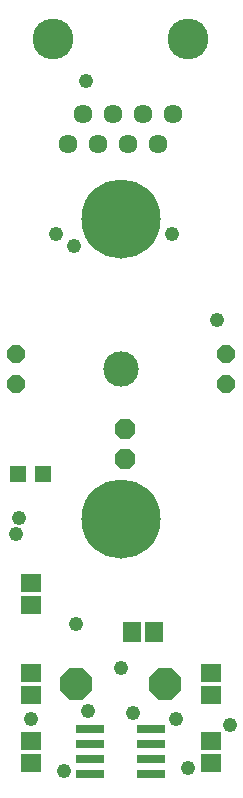
<source format=gbs>
G75*
%MOIN*%
%OFA0B0*%
%FSLAX24Y24*%
%IPPOS*%
%LPD*%
%AMOC8*
5,1,8,0,0,1.08239X$1,22.5*
%
%ADD10C,0.1182*%
%ADD11R,0.0552X0.0552*%
%ADD12C,0.0634*%
%ADD13C,0.1360*%
%ADD14OC8,0.0600*%
%ADD15R,0.0946X0.0316*%
%ADD16R,0.0671X0.0592*%
%ADD17R,0.0592X0.0710*%
%ADD18R,0.0710X0.0592*%
%ADD19OC8,0.0674*%
%ADD20OC8,0.1080*%
%ADD21C,0.0480*%
%ADD22C,0.2639*%
D10*
X004200Y014300D03*
D11*
X001613Y010800D03*
X000787Y010800D03*
D12*
X002450Y021800D03*
X002950Y022800D03*
X003450Y021800D03*
X003950Y022800D03*
X004450Y021800D03*
X004950Y022800D03*
X005450Y021800D03*
X005950Y022800D03*
D13*
X006450Y025300D03*
X001950Y025300D03*
D14*
X000700Y014800D03*
X000700Y013800D03*
X007700Y013800D03*
X007700Y014800D03*
D15*
X005224Y002300D03*
X005224Y001800D03*
X005224Y001300D03*
X005224Y000800D03*
X003176Y000800D03*
X003176Y001300D03*
X003176Y001800D03*
X003176Y002300D03*
D16*
X001200Y006426D03*
X001200Y007174D03*
X007200Y004174D03*
X007200Y003426D03*
X007200Y001924D03*
X007200Y001176D03*
D17*
X005324Y005550D03*
X004576Y005550D03*
D18*
X001200Y001176D03*
X001200Y001924D03*
X001200Y003426D03*
X001200Y004174D03*
D19*
X004350Y011300D03*
X004350Y012300D03*
D20*
X005696Y003800D03*
X002704Y003800D03*
D21*
X003100Y002900D03*
X002300Y000900D03*
X001200Y002650D03*
X002700Y005800D03*
X004200Y004350D03*
X004600Y002850D03*
X006050Y002650D03*
X006450Y001000D03*
X007850Y002450D03*
X007400Y015950D03*
X005900Y018800D03*
X003050Y023900D03*
X002050Y018800D03*
X002650Y018400D03*
X000800Y009350D03*
X000700Y008800D03*
D22*
X004200Y009300D03*
X004200Y019300D03*
M02*

</source>
